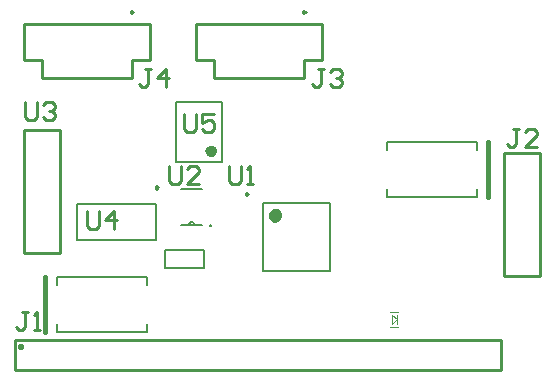
<source format=gto>
G04 Layer_Color=15132400*
%FSLAX25Y25*%
%MOIN*%
G70*
G01*
G75*
%ADD24C,0.01000*%
%ADD35C,0.02362*%
%ADD36C,0.00984*%
%ADD37C,0.00600*%
%ADD38C,0.02000*%
%ADD39C,0.00787*%
%ADD40C,0.00400*%
%ADD41C,0.00394*%
%ADD42C,0.00500*%
%ADD43C,0.01575*%
D24*
X100500Y120000D02*
X99750Y120433D01*
Y119567D01*
X100500Y120000D01*
X43000D02*
X42250Y120433D01*
Y119567D01*
X43000Y120000D01*
X63996Y116004D02*
X106004D01*
X100004Y103996D02*
X106004D01*
Y110000D01*
Y116004D01*
X70024Y97973D02*
X100004D01*
Y103996D01*
X70000Y97973D02*
Y103996D01*
X63996D02*
X70000D01*
X63996Y110000D02*
Y116004D01*
Y103996D02*
Y110000D01*
X6496Y116004D02*
X48504D01*
X42504Y103996D02*
X48504D01*
Y110000D01*
Y116004D01*
X12524Y97973D02*
X42504D01*
Y103996D01*
X12500Y97973D02*
Y103996D01*
X6496D02*
X12500D01*
X6496Y110000D02*
Y116004D01*
Y103996D02*
Y110000D01*
X166500Y73000D02*
X178500D01*
Y32000D02*
Y73000D01*
X166500Y32000D02*
X178500D01*
X166500D02*
Y73000D01*
X3500Y500D02*
X165500D01*
X3500D02*
Y10500D01*
X10500D02*
X165500D01*
Y500D02*
Y10500D01*
X3500D02*
X10500D01*
X6500Y39500D02*
X18500D01*
X6500D02*
Y80500D01*
X18500D01*
Y39500D02*
Y80500D01*
X75000Y68498D02*
Y63500D01*
X76000Y62500D01*
X77999D01*
X78999Y63500D01*
Y68498D01*
X80998Y62500D02*
X82998D01*
X81998D01*
Y68498D01*
X80998Y67498D01*
X55000Y68498D02*
Y63500D01*
X56000Y62500D01*
X57999D01*
X58999Y63500D01*
Y68498D01*
X64997Y62500D02*
X60998D01*
X64997Y66499D01*
Y67498D01*
X63997Y68498D01*
X61998D01*
X60998Y67498D01*
X27500Y53498D02*
Y48500D01*
X28500Y47500D01*
X30499D01*
X31499Y48500D01*
Y53498D01*
X36497Y47500D02*
Y53498D01*
X33498Y50499D01*
X37497D01*
X60000Y85998D02*
Y81000D01*
X61000Y80000D01*
X62999D01*
X63999Y81000D01*
Y85998D01*
X69997D02*
X65998D01*
Y82999D01*
X67997Y83999D01*
X68997D01*
X69997Y82999D01*
Y81000D01*
X68997Y80000D01*
X66998D01*
X65998Y81000D01*
X106499Y100998D02*
X104499D01*
X105499D01*
Y96000D01*
X104499Y95000D01*
X103500D01*
X102500Y96000D01*
X108498Y99998D02*
X109498Y100998D01*
X111497D01*
X112497Y99998D01*
Y98999D01*
X111497Y97999D01*
X110497D01*
X111497D01*
X112497Y96999D01*
Y96000D01*
X111497Y95000D01*
X109498D01*
X108498Y96000D01*
X48999Y100998D02*
X46999D01*
X47999D01*
Y96000D01*
X46999Y95000D01*
X46000D01*
X45000Y96000D01*
X53997Y95000D02*
Y100998D01*
X50998Y97999D01*
X54997D01*
X171499Y80998D02*
X169499D01*
X170499D01*
Y76000D01*
X169499Y75000D01*
X168500D01*
X167500Y76000D01*
X177497Y75000D02*
X173498D01*
X177497Y78999D01*
Y79998D01*
X176497Y80998D01*
X174498D01*
X173498Y79998D01*
X7999Y19998D02*
X5999D01*
X6999D01*
Y15000D01*
X5999Y14000D01*
X5000D01*
X4000Y15000D01*
X9998Y14000D02*
X11998D01*
X10998D01*
Y19998D01*
X9998Y18998D01*
X5000Y8000D02*
Y9000D01*
X6000D01*
Y8000D01*
X5000D01*
X7000Y89998D02*
Y85000D01*
X8000Y84000D01*
X9999D01*
X10999Y85000D01*
Y89998D01*
X12998Y88998D02*
X13998Y89998D01*
X15997D01*
X16997Y88998D01*
Y87999D01*
X15997Y86999D01*
X14998D01*
X15997D01*
X16997Y85999D01*
Y85000D01*
X15997Y84000D01*
X13998D01*
X12998Y85000D01*
D35*
X91398Y52284D02*
X90953Y53207D01*
X89954Y53435D01*
X89152Y52796D01*
Y51771D01*
X89954Y51132D01*
X90953Y51360D01*
X91398Y52284D01*
D36*
X81358Y59370D02*
X80620Y59796D01*
Y58944D01*
X81358Y59370D01*
X51181Y61536D02*
X50443Y61962D01*
Y61109D01*
X51181Y61536D01*
D37*
X63700Y48900D02*
X63349Y49749D01*
X62500Y50100D01*
X61651Y49749D01*
X61300Y48900D01*
X59000Y61000D02*
X61300D01*
X63700D01*
X66000D01*
X63700Y48900D02*
X66000D01*
X61300D02*
X63700D01*
X59000D02*
X61300D01*
D38*
X70000Y73500D02*
X69500Y74366D01*
X68500D01*
X68000Y73500D01*
X68500Y72634D01*
X69500D01*
X70000Y73500D01*
D39*
X86280Y33780D02*
X108721D01*
X86280Y56221D02*
X108721D01*
Y33780D02*
Y56221D01*
X86280Y33780D02*
Y56221D01*
X24311Y43898D02*
Y56102D01*
X50689Y43898D02*
Y56102D01*
X24311Y43898D02*
X50689D01*
X24311Y56102D02*
X50689D01*
X57421Y90000D02*
X72579D01*
X57421Y70000D02*
X72579D01*
X57421D02*
Y90000D01*
X72579Y70000D02*
Y90000D01*
X127539Y73898D02*
Y76555D01*
X157461Y73898D02*
Y76555D01*
X127539Y58445D02*
Y61102D01*
X157461Y58445D02*
Y61102D01*
X127539Y76555D02*
X157461D01*
X127539Y58445D02*
X157461D01*
X47461Y13445D02*
Y16102D01*
X17539Y13445D02*
Y16102D01*
X47461Y28898D02*
Y31555D01*
X17539Y28898D02*
Y31555D01*
Y13445D02*
X47461D01*
X17539Y31555D02*
X47461D01*
D40*
X129311Y16024D02*
Y18976D01*
X130787Y17500D01*
X129311Y16024D02*
X130787Y17500D01*
Y16024D02*
Y18976D01*
D41*
X128720Y19862D02*
X131280D01*
X128720Y15138D02*
X131280D01*
D42*
X53500Y34500D02*
X66500D01*
X53500D02*
Y40500D01*
X66500D01*
Y34500D02*
Y40500D01*
X69000Y49000D02*
Y48500D01*
X68500D01*
Y49000D01*
X69000D01*
D43*
X161398Y58445D02*
Y76555D01*
X13602Y13445D02*
Y31555D01*
M02*

</source>
